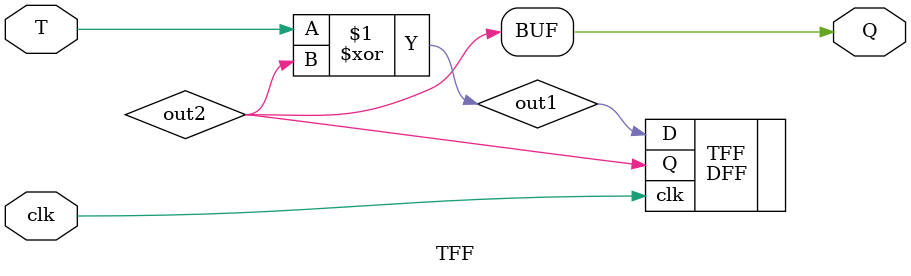
<source format=v>
`timescale 1ns / 1ps


module TFF(
    input T,
    input clk,
    output Q
    );

wire out1, out2; 
assign out1 = T ^ out2; 
DFF TFF(.D(out1), .clk(clk), .Q(out2)); 
assign Q = out2; 

endmodule

</source>
